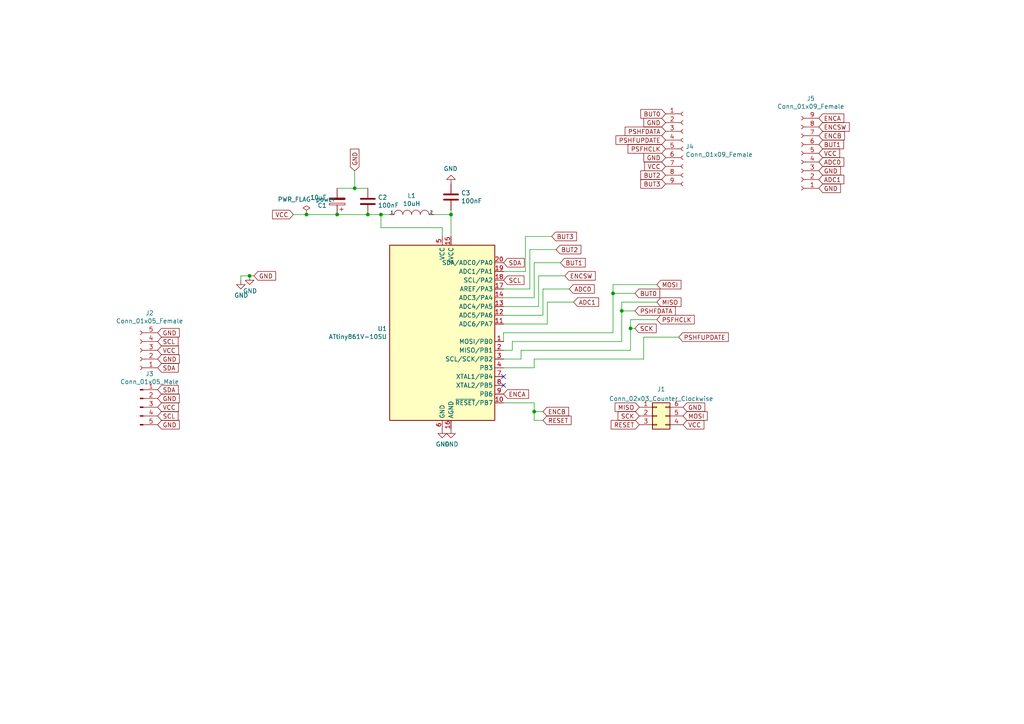
<source format=kicad_sch>
(kicad_sch (version 20211123) (generator eeschema)
  (paper "A4")
  (lib_symbols
    (symbol "Connector:Conn_01x05_Female" (pin_names (offset 1.016) hide)
      (property "Reference" "J" (at 0 7.62 0))
      (property "Value" "Conn_01x05_Female" (at 0 -7.62 0))
      (symbol "Conn_01x05_Female_1_1"
        (arc (start 0 -4.572) (mid -0.508 -5.08) (end 0 -5.588) (stroke (width 0.1524)))
        (arc (start 0 -2.032) (mid -0.508 -2.54) (end 0 -3.048) (stroke (width 0.1524)))
        (polyline (pts (xy -1.27 -5.08) (xy -0.508 -5.08)) (stroke (width 0.1524)))
        (polyline (pts (xy -1.27 -2.54) (xy -0.508 -2.54)) (stroke (width 0.1524)))
        (polyline (pts (xy -1.27 0) (xy -0.508 0)) (stroke (width 0.1524)))
        (polyline (pts (xy -1.27 2.54) (xy -0.508 2.54)) (stroke (width 0.1524)))
        (polyline (pts (xy -1.27 5.08) (xy -0.508 5.08)) (stroke (width 0.1524)))
        (arc (start 0 0.508) (mid -0.508 0) (end 0 -0.508) (stroke (width 0.1524)))
        (arc (start 0 3.048) (mid -0.508 2.54) (end 0 2.032) (stroke (width 0.1524)))
        (arc (start 0 5.588) (mid -0.508 5.08) (end 0 4.572) (stroke (width 0.1524)))
        (pin passive line (at -5.08 5.08 0) (length 3.81) (name "Pin_1") (number "1"))
        (pin passive line (at -5.08 2.54 0) (length 3.81) (name "Pin_2") (number "2"))
        (pin passive line (at -5.08 0 0) (length 3.81) (name "Pin_3") (number "3"))
        (pin passive line (at -5.08 -2.54 0) (length 3.81) (name "Pin_4") (number "4"))
        (pin passive line (at -5.08 -5.08 0) (length 3.81) (name "Pin_5") (number "5"))
      )
    )
    (symbol "Connector:Conn_01x05_Male" (pin_names (offset 1.016) hide)
      (property "Reference" "J" (at 0 7.62 0))
      (property "Value" "Conn_01x05_Male" (at 0 -7.62 0))
      (symbol "Conn_01x05_Male_1_1"
        (polyline (pts (xy 1.27 -5.08) (xy 0.8636 -5.08)) (stroke (width 0.1524)))
        (polyline (pts (xy 1.27 -2.54) (xy 0.8636 -2.54)) (stroke (width 0.1524)))
        (polyline (pts (xy 1.27 0) (xy 0.8636 0)) (stroke (width 0.1524)))
        (polyline (pts (xy 1.27 2.54) (xy 0.8636 2.54)) (stroke (width 0.1524)))
        (polyline (pts (xy 1.27 5.08) (xy 0.8636 5.08)) (stroke (width 0.1524)))
        (rectangle (start 0.8636 -4.953) (end 0 -5.207) (stroke (width 0.1524)) (fill (type outline)))
        (rectangle (start 0.8636 -2.413) (end 0 -2.667) (stroke (width 0.1524)) (fill (type outline)))
        (rectangle (start 0.8636 0.127) (end 0 -0.127) (stroke (width 0.1524)) (fill (type outline)))
        (rectangle (start 0.8636 2.667) (end 0 2.413) (stroke (width 0.1524)) (fill (type outline)))
        (rectangle (start 0.8636 5.207) (end 0 4.953) (stroke (width 0.1524)) (fill (type outline)))
        (pin passive line (at 5.08 5.08 180) (length 3.81) (name "Pin_1") (number "1"))
        (pin passive line (at 5.08 2.54 180) (length 3.81) (name "Pin_2") (number "2"))
        (pin passive line (at 5.08 0 180) (length 3.81) (name "Pin_3") (number "3"))
        (pin passive line (at 5.08 -2.54 180) (length 3.81) (name "Pin_4") (number "4"))
        (pin passive line (at 5.08 -5.08 180) (length 3.81) (name "Pin_5") (number "5"))
      )
    )
    (symbol "Connector:Conn_01x09_Female" (pin_names (offset 1.016) hide)
      (property "Reference" "J" (at 0 12.7 0))
      (property "Value" "Conn_01x09_Female" (at 0 -12.7 0))
      (symbol "Conn_01x09_Female_1_1"
        (arc (start 0 -9.652) (mid -0.508 -10.16) (end 0 -10.668) (stroke (width 0.1524)))
        (arc (start 0 -7.112) (mid -0.508 -7.62) (end 0 -8.128) (stroke (width 0.1524)))
        (arc (start 0 -4.572) (mid -0.508 -5.08) (end 0 -5.588) (stroke (width 0.1524)))
        (arc (start 0 -2.032) (mid -0.508 -2.54) (end 0 -3.048) (stroke (width 0.1524)))
        (polyline (pts (xy -1.27 -10.16) (xy -0.508 -10.16)) (stroke (width 0.1524)))
        (polyline (pts (xy -1.27 -7.62) (xy -0.508 -7.62)) (stroke (width 0.1524)))
        (polyline (pts (xy -1.27 -5.08) (xy -0.508 -5.08)) (stroke (width 0.1524)))
        (polyline (pts (xy -1.27 -2.54) (xy -0.508 -2.54)) (stroke (width 0.1524)))
        (polyline (pts (xy -1.27 0) (xy -0.508 0)) (stroke (width 0.1524)))
        (polyline (pts (xy -1.27 2.54) (xy -0.508 2.54)) (stroke (width 0.1524)))
        (polyline (pts (xy -1.27 5.08) (xy -0.508 5.08)) (stroke (width 0.1524)))
        (polyline (pts (xy -1.27 7.62) (xy -0.508 7.62)) (stroke (width 0.1524)))
        (polyline (pts (xy -1.27 10.16) (xy -0.508 10.16)) (stroke (width 0.1524)))
        (arc (start 0 0.508) (mid -0.508 0) (end 0 -0.508) (stroke (width 0.1524)))
        (arc (start 0 3.048) (mid -0.508 2.54) (end 0 2.032) (stroke (width 0.1524)))
        (arc (start 0 5.588) (mid -0.508 5.08) (end 0 4.572) (stroke (width 0.1524)))
        (arc (start 0 8.128) (mid -0.508 7.62) (end 0 7.112) (stroke (width 0.1524)))
        (arc (start 0 10.668) (mid -0.508 10.16) (end 0 9.652) (stroke (width 0.1524)))
        (pin passive line (at -5.08 10.16 0) (length 3.81) (name "Pin_1") (number "1"))
        (pin passive line (at -5.08 7.62 0) (length 3.81) (name "Pin_2") (number "2"))
        (pin passive line (at -5.08 5.08 0) (length 3.81) (name "Pin_3") (number "3"))
        (pin passive line (at -5.08 2.54 0) (length 3.81) (name "Pin_4") (number "4"))
        (pin passive line (at -5.08 0 0) (length 3.81) (name "Pin_5") (number "5"))
        (pin passive line (at -5.08 -2.54 0) (length 3.81) (name "Pin_6") (number "6"))
        (pin passive line (at -5.08 -5.08 0) (length 3.81) (name "Pin_7") (number "7"))
        (pin passive line (at -5.08 -7.62 0) (length 3.81) (name "Pin_8") (number "8"))
        (pin passive line (at -5.08 -10.16 0) (length 3.81) (name "Pin_9") (number "9"))
      )
    )
    (symbol "Connector_Generic:Conn_02x03_Counter_Clockwise" (pin_names (offset 1.016) hide)
      (property "Reference" "J" (at 1.27 5.08 0))
      (property "Value" "Conn_02x03_Counter_Clockwise" (at 1.27 -5.08 0))
      (symbol "Conn_02x03_Counter_Clockwise_1_1"
        (rectangle (start -1.27 -2.413) (end 0 -2.667) (stroke (width 0.1524)))
        (rectangle (start -1.27 0.127) (end 0 -0.127) (stroke (width 0.1524)))
        (rectangle (start -1.27 2.667) (end 0 2.413) (stroke (width 0.1524)))
        (rectangle (start -1.27 3.81) (end 3.81 -3.81) (stroke (width 0.254)) (fill (type background)))
        (rectangle (start 3.81 -2.413) (end 2.54 -2.667) (stroke (width 0.1524)))
        (rectangle (start 3.81 0.127) (end 2.54 -0.127) (stroke (width 0.1524)))
        (rectangle (start 3.81 2.667) (end 2.54 2.413) (stroke (width 0.1524)))
        (pin passive line (at -5.08 2.54 0) (length 3.81) (name "Pin_1") (number "1"))
        (pin passive line (at -5.08 0 0) (length 3.81) (name "Pin_2") (number "2"))
        (pin passive line (at -5.08 -2.54 0) (length 3.81) (name "Pin_3") (number "3"))
        (pin passive line (at 7.62 -2.54 180) (length 3.81) (name "Pin_4") (number "4"))
        (pin passive line (at 7.62 0 180) (length 3.81) (name "Pin_5") (number "5"))
        (pin passive line (at 7.62 2.54 180) (length 3.81) (name "Pin_6") (number "6"))
      )
    )
    (symbol "Device:C" (pin_numbers hide) (pin_names (offset 0.254))
      (property "Reference" "C" (at 0.635 2.54 0))
      (property "Value" "C" (at 0.635 -2.54 0))
      (symbol "C_0_1"
        (polyline (pts (xy -2.032 -0.762) (xy 2.032 -0.762)) (stroke (width 0.508)))
        (polyline (pts (xy -2.032 0.762) (xy 2.032 0.762)) (stroke (width 0.508)))
      )
      (symbol "C_1_1"
        (pin passive line (at 0 3.81 270) (length 2.794) (name "~") (number "1"))
        (pin passive line (at 0 -3.81 90) (length 2.794) (name "~") (number "2"))
      )
    )
    (symbol "Device:CP" (pin_numbers hide) (pin_names (offset 0.254))
      (property "Reference" "C" (at 0.635 2.54 0))
      (property "Value" "Device_CP" (at 0.635 -2.54 0))
      (symbol "CP_0_1"
        (rectangle (start -2.286 0.508) (end 2.286 1.016))
        (polyline (pts (xy -1.778 2.286) (xy -0.762 2.286)))
        (polyline (pts (xy -1.27 2.794) (xy -1.27 1.778)))
        (rectangle (start 2.286 -0.508) (end -2.286 -1.016) (fill (type outline)))
      )
      (symbol "CP_1_1"
        (pin passive line (at 0 3.81 270) (length 2.794) (name "~") (number "1"))
        (pin passive line (at 0 -3.81 90) (length 2.794) (name "~") (number "2"))
      )
    )
    (symbol "btn-matrix-rescue:GND-power" (power) (pin_names (offset 0))
      (property "Value" "btn-matrix-rescue_GND-power" (at 0 -3.81 0))
      (symbol "GND-power_0_1"
        (polyline (pts (xy 0 0) (xy 0 -1.27) (xy 1.27 -1.27) (xy 0 -2.54) (xy -1.27 -1.27) (xy 0 -1.27)))
      )
      (symbol "GND-power_1_1"
        (pin power_in line (at 0 0 270) (length 0) hide (name "GND") (number "1"))
      )
    )
    (symbol "btn-matrix-rescue:PWR_FLAG-power" (power) (pin_numbers hide) (pin_names (offset 0) hide)
      (property "Value" "btn-matrix-rescue_PWR_FLAG-power" (at 0 3.81 0))
      (symbol "PWR_FLAG-power_0_0"
        (pin power_out line (at 0 0 90) (length 0) (name "pwr") (number "1"))
      )
      (symbol "PWR_FLAG-power_0_1"
        (polyline (pts (xy 0 0) (xy 0 1.27) (xy -1.016 1.905) (xy 0 2.54) (xy 1.016 1.905) (xy 0 1.27)))
      )
    )
    (symbol "flex_AmbisonicLib:ATtiny861V-10SU"
      (property "Reference" "U" (at -15.24 26.67 0))
      (property "Value" "flex_AmbisonicLib_ATtiny861V-10SU" (at 5.08 -26.67 0))
      (symbol "ATtiny861V-10SU_0_1"
        (rectangle (start -15.24 -25.4) (end 15.24 25.4) (stroke (width 0.254)) (fill (type background)))
      )
      (symbol "ATtiny861V-10SU_1_1"
        (pin bidirectional line (at 17.78 -2.54 180) (length 2.54) (name "MOSI/PB0") (number "1"))
        (pin bidirectional line (at 17.78 -20.32 180) (length 2.54) (name "~{RESET}/PB7") (number "10"))
        (pin bidirectional line (at 17.78 2.54 180) (length 2.54) (name "ADC6/PA7") (number "11"))
        (pin bidirectional line (at 17.78 5.08 180) (length 2.54) (name "ADC5/PA6") (number "12"))
        (pin bidirectional line (at 17.78 7.62 180) (length 2.54) (name "ADC4/PA5") (number "13"))
        (pin bidirectional line (at 17.78 10.16 180) (length 2.54) (name "ADC3/PA4") (number "14"))
        (pin power_in line (at 2.54 27.94 270) (length 2.54) (name "AVCC") (number "15"))
        (pin power_in line (at 2.54 -27.94 90) (length 2.54) (name "AGND") (number "16"))
        (pin bidirectional line (at 17.78 12.7 180) (length 2.54) (name "AREF/PA3") (number "17"))
        (pin bidirectional line (at 17.78 15.24 180) (length 2.54) (name "SCL/PA2") (number "18"))
        (pin bidirectional line (at 17.78 17.78 180) (length 2.54) (name "ADC1/PA1") (number "19"))
        (pin bidirectional line (at 17.78 -5.08 180) (length 2.54) (name "MISO/PB1") (number "2"))
        (pin bidirectional line (at 17.78 20.32 180) (length 2.54) (name "SDA/ADC0/PA0") (number "20"))
        (pin bidirectional line (at 17.78 -7.62 180) (length 2.54) (name "SCL/SCK/PB2") (number "3"))
        (pin bidirectional line (at 17.78 -10.16 180) (length 2.54) (name "PB3") (number "4"))
        (pin power_in line (at 0 27.94 270) (length 2.54) (name "VCC") (number "5"))
        (pin power_in line (at 0 -27.94 90) (length 2.54) (name "GND") (number "6"))
        (pin bidirectional line (at 17.78 -12.7 180) (length 2.54) (name "XTAL1/PB4") (number "7"))
        (pin bidirectional line (at 17.78 -15.24 180) (length 2.54) (name "XTAL2/PB5") (number "8"))
        (pin bidirectional line (at 17.78 -17.78 180) (length 2.54) (name "PB6") (number "9"))
      )
    )
    (symbol "power:GND" (power) (pin_names (offset 0))
      (property "Value" "GND" (at 0 -3.81 0))
      (symbol "GND_0_1"
        (polyline (pts (xy 0 0) (xy 0 -1.27) (xy 1.27 -1.27) (xy 0 -2.54) (xy -1.27 -1.27) (xy 0 -1.27)))
      )
      (symbol "GND_1_1"
        (pin power_in line (at 0 0 270) (length 0) hide (name "GND") (number "1"))
      )
    )
    (symbol "pspice:INDUCTOR" (pin_numbers hide) (pin_names (offset 0))
      (property "Reference" "L" (at 0 2.54 0))
      (property "Value" "INDUCTOR" (at 0 -1.27 0))
      (symbol "INDUCTOR_0_1"
        (arc (start -2.54 0) (mid -3.81 1.27) (end -5.08 0))
        (arc (start 0 0) (mid -1.27 1.27) (end -2.54 0))
        (arc (start 2.54 0) (mid 1.27 1.27) (end 0 0))
        (arc (start 5.08 0) (mid 3.81 1.27) (end 2.54 0))
      )
      (symbol "INDUCTOR_1_1"
        (pin input line (at -6.35 0 0) (length 1.27) (name "1") (number "1"))
        (pin input line (at 6.35 0 180) (length 1.27) (name "2") (number "2"))
      )
    )
  )
  (junction (at 72.39 80.01))
  (junction (at 130.81 62.23))
  (junction (at 177.8 85.09))
  (junction (at 88.9 62.23))
  (junction (at 182.88 95.25))
  (junction (at 106.68 62.23))
  (junction (at 154.94 119.38))
  (junction (at 180.34 90.17))
  (junction (at 102.87 54.61))
  (junction (at 110.49 62.23))
  (junction (at 97.79 62.23))
  (no_connect (at 146.05 111.76))
  (no_connect (at 146.05 109.22))
  (wire (pts (xy 146.05 96.52) (xy 177.8 96.52)))
  (wire (pts (xy 158.75 93.98) (xy 146.05 93.98)))
  (wire (pts (xy 113.03 62.23) (xy 110.49 62.23)))
  (wire (pts (xy 156.21 80.01) (xy 156.21 88.9)))
  (wire (pts (xy 106.68 62.23) (xy 97.79 62.23)))
  (wire (pts (xy 182.88 95.25) (xy 182.88 92.71)))
  (wire (pts (xy 154.94 121.92) (xy 157.48 121.92)))
  (wire (pts (xy 69.85 80.01) (xy 69.85 81.28)))
  (wire (pts (xy 156.21 88.9) (xy 146.05 88.9)))
  (wire (pts (xy 125.73 62.23) (xy 130.81 62.23)))
  (wire (pts (xy 182.88 95.25) (xy 184.15 95.25)))
  (wire (pts (xy 148.59 99.06) (xy 180.34 99.06)))
  (wire (pts (xy 177.8 85.09) (xy 177.8 96.52)))
  (wire (pts (xy 72.39 80.01) (xy 69.85 80.01)))
  (wire (pts (xy 88.9 62.23) (xy 85.09 62.23)))
  (wire (pts (xy 110.49 62.23) (xy 106.68 62.23)))
  (wire (pts (xy 157.48 83.82) (xy 157.48 91.44)))
  (wire (pts (xy 158.75 87.63) (xy 166.37 87.63)))
  (wire (pts (xy 156.21 80.01) (xy 163.83 80.01)))
  (wire (pts (xy 146.05 116.84) (xy 154.94 116.84)))
  (wire (pts (xy 146.05 83.82) (xy 153.67 83.82)))
  (wire (pts (xy 177.8 85.09) (xy 177.8 82.55)))
  (wire (pts (xy 106.68 54.61) (xy 102.87 54.61)))
  (wire (pts (xy 180.34 87.63) (xy 190.5 87.63)))
  (wire (pts (xy 146.05 99.06) (xy 146.05 96.52)))
  (wire (pts (xy 180.34 90.17) (xy 180.34 99.06)))
  (wire (pts (xy 158.75 87.63) (xy 158.75 93.98)))
  (wire (pts (xy 148.59 101.6) (xy 148.59 99.06)))
  (wire (pts (xy 128.27 66.04) (xy 110.49 66.04)))
  (wire (pts (xy 180.34 90.17) (xy 184.15 90.17)))
  (wire (pts (xy 153.67 83.82) (xy 153.67 72.39)))
  (wire (pts (xy 184.15 85.09) (xy 177.8 85.09)))
  (wire (pts (xy 180.34 87.63) (xy 180.34 90.17)))
  (wire (pts (xy 146.05 101.6) (xy 148.59 101.6)))
  (wire (pts (xy 157.48 91.44) (xy 146.05 91.44)))
  (wire (pts (xy 157.48 83.82) (xy 165.1 83.82)))
  (wire (pts (xy 146.05 86.36) (xy 154.94 86.36)))
  (wire (pts (xy 182.88 95.25) (xy 182.88 101.6)))
  (wire (pts (xy 102.87 54.61) (xy 97.79 54.61)))
  (wire (pts (xy 130.81 68.58) (xy 130.81 62.23)))
  (wire (pts (xy 128.27 68.58) (xy 128.27 66.04)))
  (wire (pts (xy 154.94 116.84) (xy 154.94 119.38)))
  (wire (pts (xy 182.88 92.71) (xy 190.5 92.71)))
  (wire (pts (xy 110.49 66.04) (xy 110.49 62.23)))
  (wire (pts (xy 151.13 101.6) (xy 182.88 101.6)))
  (wire (pts (xy 186.69 104.14) (xy 186.69 97.79)))
  (wire (pts (xy 146.05 78.74) (xy 152.4 78.74)))
  (wire (pts (xy 151.13 104.14) (xy 151.13 101.6)))
  (wire (pts (xy 154.94 76.2) (xy 162.56 76.2)))
  (wire (pts (xy 102.87 49.53) (xy 102.87 54.61)))
  (wire (pts (xy 153.67 72.39) (xy 161.29 72.39)))
  (wire (pts (xy 97.79 62.23) (xy 88.9 62.23)))
  (wire (pts (xy 177.8 82.55) (xy 190.5 82.55)))
  (wire (pts (xy 186.69 97.79) (xy 196.85 97.79)))
  (wire (pts (xy 152.4 78.74) (xy 152.4 68.58)))
  (wire (pts (xy 154.94 106.68) (xy 154.94 104.14)))
  (wire (pts (xy 154.94 119.38) (xy 154.94 121.92)))
  (wire (pts (xy 146.05 104.14) (xy 151.13 104.14)))
  (wire (pts (xy 73.66 80.01) (xy 72.39 80.01)))
  (wire (pts (xy 154.94 86.36) (xy 154.94 76.2)))
  (wire (pts (xy 146.05 106.68) (xy 154.94 106.68)))
  (wire (pts (xy 152.4 68.58) (xy 160.02 68.58)))
  (wire (pts (xy 154.94 104.14) (xy 186.69 104.14)))
  (wire (pts (xy 130.81 62.23) (xy 130.81 60.96)))
  (wire (pts (xy 154.94 119.38) (xy 157.48 119.38)))
  (global_label "SCL" (shape input) (at 146.05 81.28 0) (property "Intersheet References" "${INTERSHEET_REFS}" (effects hide)))
  (global_label "PSFHCLK" (shape input) (at 193.04 43.18 180) (property "Intersheet References" "${INTERSHEET_REFS}" (effects hide)))
  (global_label "ENCA" (shape input) (at 237.49 34.29 0) (property "Intersheet References" "${INTERSHEET_REFS}" (effects hide)))
  (global_label "MISO" (shape input) (at 185.42 118.11 180) (property "Intersheet References" "${INTERSHEET_REFS}" (effects hide)))
  (global_label "SCK" (shape input) (at 185.42 120.65 180) (property "Intersheet References" "${INTERSHEET_REFS}" (effects hide)))
  (global_label "GND" (shape input) (at 237.49 54.61 0) (property "Intersheet References" "${INTERSHEET_REFS}" (effects hide)))
  (global_label "VCC" (shape input) (at 45.72 101.6 0) (property "Intersheet References" "${INTERSHEET_REFS}" (effects hide)))
  (global_label "PSHFDATA" (shape input) (at 184.15 90.17 0) (property "Intersheet References" "${INTERSHEET_REFS}" (effects hide)))
  (global_label "ENCA" (shape input) (at 146.05 114.3 0) (property "Intersheet References" "${INTERSHEET_REFS}" (effects hide)))
  (global_label "GND" (shape input) (at 193.04 35.56 180) (property "Intersheet References" "${INTERSHEET_REFS}" (effects hide)))
  (global_label "ADC1" (shape input) (at 166.37 87.63 0) (property "Intersheet References" "${INTERSHEET_REFS}" (effects hide)))
  (global_label "MOSI" (shape input) (at 198.12 120.65 0) (property "Intersheet References" "${INTERSHEET_REFS}" (effects hide)))
  (global_label "BUT0" (shape input) (at 184.15 85.09 0) (property "Intersheet References" "${INTERSHEET_REFS}" (effects hide)))
  (global_label "GND" (shape input) (at 45.72 96.52 0) (property "Intersheet References" "${INTERSHEET_REFS}" (effects hide)))
  (global_label "ADC1" (shape input) (at 237.49 52.07 0) (property "Intersheet References" "${INTERSHEET_REFS}" (effects hide)))
  (global_label "SDA" (shape input) (at 146.05 76.2 0) (property "Intersheet References" "${INTERSHEET_REFS}" (effects hide)))
  (global_label "ENCSW" (shape input) (at 237.49 36.83 0) (property "Intersheet References" "${INTERSHEET_REFS}" (effects hide)))
  (global_label "GND" (shape input) (at 73.66 80.01 0) (property "Intersheet References" "${INTERSHEET_REFS}" (effects hide)))
  (global_label "RESET" (shape input) (at 185.42 123.19 180) (property "Intersheet References" "${INTERSHEET_REFS}" (effects hide)))
  (global_label "GND" (shape input) (at 193.04 45.72 180) (property "Intersheet References" "${INTERSHEET_REFS}" (effects hide)))
  (global_label "ADC0" (shape input) (at 237.49 46.99 0) (property "Intersheet References" "${INTERSHEET_REFS}" (effects hide)))
  (global_label "VCC" (shape input) (at 198.12 123.19 0) (property "Intersheet References" "${INTERSHEET_REFS}" (effects hide)))
  (global_label "ENCB" (shape input) (at 237.49 39.37 0) (property "Intersheet References" "${INTERSHEET_REFS}" (effects hide)))
  (global_label "SCL" (shape input) (at 45.72 99.06 0) (property "Intersheet References" "${INTERSHEET_REFS}" (effects hide)))
  (global_label "VCC" (shape input) (at 193.04 48.26 180) (property "Intersheet References" "${INTERSHEET_REFS}" (effects hide)))
  (global_label "PSHFUPDATE" (shape input) (at 193.04 40.64 180) (property "Intersheet References" "${INTERSHEET_REFS}" (effects hide)))
  (global_label "SDA" (shape input) (at 45.72 113.03 0) (property "Intersheet References" "${INTERSHEET_REFS}" (effects hide)))
  (global_label "VCC" (shape input) (at 45.72 118.11 0) (property "Intersheet References" "${INTERSHEET_REFS}" (effects hide)))
  (global_label "PSHFDATA" (shape input) (at 193.04 38.1 180) (property "Intersheet References" "${INTERSHEET_REFS}" (effects hide)))
  (global_label "PSHFUPDATE" (shape input) (at 196.85 97.79 0) (property "Intersheet References" "${INTERSHEET_REFS}" (effects hide)))
  (global_label "BUT1" (shape input) (at 237.49 41.91 0) (property "Intersheet References" "${INTERSHEET_REFS}" (effects hide)))
  (global_label "SCL" (shape input) (at 45.72 120.65 0) (property "Intersheet References" "${INTERSHEET_REFS}" (effects hide)))
  (global_label "BUT3" (shape input) (at 160.02 68.58 0) (property "Intersheet References" "${INTERSHEET_REFS}" (effects hide)))
  (global_label "BUT2" (shape input) (at 161.29 72.39 0) (property "Intersheet References" "${INTERSHEET_REFS}" (effects hide)))
  (global_label "BUT0" (shape input) (at 193.04 33.02 180) (property "Intersheet References" "${INTERSHEET_REFS}" (effects hide)))
  (global_label "GND" (shape input) (at 198.12 118.11 0) (property "Intersheet References" "${INTERSHEET_REFS}" (effects hide)))
  (global_label "ENCSW" (shape input) (at 163.83 80.01 0) (property "Intersheet References" "${INTERSHEET_REFS}" (effects hide)))
  (global_label "RESET" (shape input) (at 157.48 121.92 0) (property "Intersheet References" "${INTERSHEET_REFS}" (effects hide)))
  (global_label "ADC0" (shape input) (at 165.1 83.82 0) (property "Intersheet References" "${INTERSHEET_REFS}" (effects hide)))
  (global_label "MISO" (shape input) (at 190.5 87.63 0) (property "Intersheet References" "${INTERSHEET_REFS}" (effects hide)))
  (global_label "ENCB" (shape input) (at 157.48 119.38 0) (property "Intersheet References" "${INTERSHEET_REFS}" (effects hide)))
  (global_label "GND" (shape input) (at 45.72 115.57 0) (property "Intersheet References" "${INTERSHEET_REFS}" (effects hide)))
  (global_label "GND" (shape input) (at 237.49 49.53 0) (property "Intersheet References" "${INTERSHEET_REFS}" (effects hide)))
  (global_label "GND" (shape input) (at 45.72 123.19 0) (property "Intersheet References" "${INTERSHEET_REFS}" (effects hide)))
  (global_label "MOSI" (shape input) (at 190.5 82.55 0) (property "Intersheet References" "${INTERSHEET_REFS}" (effects hide)))
  (global_label "PSFHCLK" (shape input) (at 190.5 92.71 0) (property "Intersheet References" "${INTERSHEET_REFS}" (effects hide)))
  (global_label "SDA" (shape input) (at 45.72 106.68 0) (property "Intersheet References" "${INTERSHEET_REFS}" (effects hide)))
  (global_label "VCC" (shape input) (at 85.09 62.23 180) (property "Intersheet References" "${INTERSHEET_REFS}" (effects hide)))
  (global_label "GND" (shape input) (at 102.87 49.53 90) (property "Intersheet References" "${INTERSHEET_REFS}" (effects hide)))
  (global_label "SCK" (shape input) (at 184.15 95.25 0) (property "Intersheet References" "${INTERSHEET_REFS}" (effects hide)))
  (global_label "BUT3" (shape input) (at 193.04 53.34 180) (property "Intersheet References" "${INTERSHEET_REFS}" (effects hide)))
  (global_label "BUT2" (shape input) (at 193.04 50.8 180) (property "Intersheet References" "${INTERSHEET_REFS}" (effects hide)))
  (global_label "VCC" (shape input) (at 237.49 44.45 0) (property "Intersheet References" "${INTERSHEET_REFS}" (effects hide)))
  (global_label "BUT1" (shape input) (at 162.56 76.2 0) (property "Intersheet References" "${INTERSHEET_REFS}" (effects hide)))
  (global_label "GND" (shape input) (at 45.72 104.14 0) (property "Intersheet References" "${INTERSHEET_REFS}" (effects hide)))
  (symbol (lib_id "flex_AmbisonicLib:ATtiny861V-10SU") (at 128.27 96.52 0) (unit 1)
    (property "Reference" "U1" (at 112.268 95.3516 0) (effects (justify right)))
    (property "Value" "ATtiny861V-10SU" (at 112.268 97.663 0) (effects (justify right)))
    (property "Footprint" "Package_SO:SOIC-20W_7.5x12.8mm_P1.27mm" (effects hide))
    (property "Datasheet" "http://ww1.microchip.com/downloads/en/DeviceDoc/atmel-2588-8-bit-avr-microcontrollers-tinyavr-attiny261-attiny461-attiny861_datasheet.pdf" (effects hide))
  )
  (symbol (lib_id "Device:C") (at 130.81 57.15 0) (unit 1)
    (property "Reference" "C3" (at 133.731 55.9816 0) (effects (justify left)))
    (property "Value" "100nF" (at 133.731 58.293 0) (effects (justify left)))
    (property "Footprint" "Capacitor_SMD:C_1206_3216Metric_Pad1.33x1.80mm_HandSolder" (effects hide))
  )
  (symbol (lib_id "pspice:INDUCTOR") (at 119.38 62.23 0) (unit 1)
    (property "Reference" "L1" (at 119.38 56.769 0))
    (property "Value" "10uH" (at 119.38 59.0804 0))
    (property "Footprint" "Inductor_SMD:L_1206_3216Metric_Pad1.22x1.90mm_HandSolder" (effects hide))
  )
  (symbol (lib_id "power:GND") (at 130.81 53.34 180) (unit 1)
    (property "Reference" "#PWR0101" (effects hide))
    (property "Value" "GND" (at 130.683 48.9458 0))
  )
  (symbol (lib_id "Device:CP") (at 97.79 58.42 180) (unit 1)
    (property "Reference" "C1" (at 94.7928 59.5884 0) (effects (justify left)))
    (property "Value" "10uF" (at 94.7928 57.277 0) (effects (justify left)))
    (property "Footprint" "Capacitor_THT:CP_Radial_D4.0mm_P1.50mm" (effects hide))
  )
  (symbol (lib_id "Device:C") (at 106.68 58.42 0) (unit 1)
    (property "Reference" "C2" (at 109.601 57.2516 0) (effects (justify left)))
    (property "Value" "100nF" (at 109.601 59.563 0) (effects (justify left)))
    (property "Footprint" "Capacitor_SMD:C_1206_3216Metric_Pad1.33x1.80mm_HandSolder" (effects hide))
  )
  (symbol (lib_id "power:GND") (at 130.81 124.46 0) (unit 1)
    (property "Reference" "#PWR0103" (effects hide))
    (property "Value" "GND" (at 130.937 128.8542 0))
  )
  (symbol (lib_id "power:GND") (at 128.27 124.46 0) (unit 1)
    (property "Reference" "#PWR0104" (effects hide))
    (property "Value" "GND" (at 128.397 128.8542 0))
  )
  (symbol (lib_id "power:GND") (at 69.85 81.28 0) (unit 1)
    (property "Reference" "#PWR0106" (effects hide))
    (property "Value" "GND" (at 69.977 85.6742 0))
  )
  (symbol (lib_id "Connector:Conn_01x09_Female") (at 198.12 43.18 0) (unit 1)
    (property "Reference" "J4" (at 198.8312 42.5196 0) (effects (justify left)))
    (property "Value" "Conn_01x09_Female" (at 198.8312 44.831 0) (effects (justify left)))
    (property "Footprint" ".Ambisonic:Header-01x09-p2.54-selfsolder" (effects hide))
  )
  (symbol (lib_id "Connector:Conn_01x09_Female") (at 232.41 44.45 180) (unit 1)
    (property "Reference" "J5" (at 235.1532 28.575 0))
    (property "Value" "Conn_01x09_Female" (at 235.1532 30.8864 0))
    (property "Footprint" ".Ambisonic:Header-01x09-p2.54-selfsolder" (effects hide))
  )
  (symbol (lib_id "Connector:Conn_01x05_Female") (at 40.64 101.6 180) (unit 1)
    (property "Reference" "J2" (at 43.3832 90.805 0))
    (property "Value" "Conn_01x05_Female" (at 43.3832 93.1164 0))
    (property "Footprint" "Connector_PinSocket_2.54mm:PinSocket_1x05_P2.54mm_Horizontal" (effects hide))
  )
  (symbol (lib_id "Connector:Conn_01x05_Male") (at 40.64 118.11 0) (unit 1)
    (property "Reference" "J3" (at 43.3832 108.4326 0))
    (property "Value" "Conn_01x05_Male" (at 43.3832 110.744 0))
    (property "Footprint" "Connector_PinHeader_2.54mm:PinHeader_1x05_P2.54mm_Horizontal" (effects hide))
  )
  (symbol (lib_id "btn-matrix-rescue:PWR_FLAG-power") (at 88.9 62.23 0) (unit 1)
    (property "Reference" "#FLG0101" (effects hide))
    (property "Value" "PWR_FLAG-power" (at 88.9 57.8358 0))
  )
  (symbol (lib_id "btn-matrix-rescue:GND-power") (at 72.39 80.01 0) (unit 1)
    (property "Reference" "#PWR0107" (effects hide))
    (property "Value" "GND-power" (at 72.517 84.4042 0))
  )
  (symbol (lib_id "Connector_Generic:Conn_02x03_Counter_Clockwise") (at 190.5 120.65 0) (unit 1)
    (property "Reference" "J1" (at 191.77 112.8735 0))
    (property "Value" "Conn_02x03_Counter_Clockwise" (at 191.77 115.6486 0))
    (property "Footprint" ".Ambisonic:ICSP_Header_P2.54_SelfSolder" (effects hide))
  )
)
</source>
